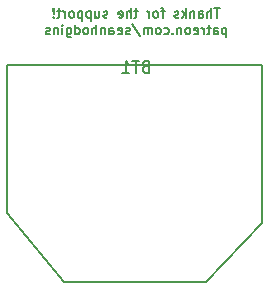
<source format=gbr>
G04 #@! TF.FileFunction,Legend,Bot*
%FSLAX46Y46*%
G04 Gerber Fmt 4.6, Leading zero omitted, Abs format (unit mm)*
G04 Created by KiCad (PCBNEW 4.0.4-stable) date 10/20/17 11:10:49*
%MOMM*%
%LPD*%
G01*
G04 APERTURE LIST*
%ADD10C,0.100000*%
%ADD11C,0.200000*%
%ADD12C,0.150000*%
G04 APERTURE END LIST*
D10*
D11*
X138235717Y-80661905D02*
X137778574Y-80661905D01*
X138007145Y-81461905D02*
X138007145Y-80661905D01*
X137511907Y-81461905D02*
X137511907Y-80661905D01*
X137169050Y-81461905D02*
X137169050Y-81042857D01*
X137207145Y-80966667D01*
X137283335Y-80928571D01*
X137397621Y-80928571D01*
X137473812Y-80966667D01*
X137511907Y-81004762D01*
X136445240Y-81461905D02*
X136445240Y-81042857D01*
X136483335Y-80966667D01*
X136559525Y-80928571D01*
X136711906Y-80928571D01*
X136788097Y-80966667D01*
X136445240Y-81423810D02*
X136521430Y-81461905D01*
X136711906Y-81461905D01*
X136788097Y-81423810D01*
X136826192Y-81347619D01*
X136826192Y-81271429D01*
X136788097Y-81195238D01*
X136711906Y-81157143D01*
X136521430Y-81157143D01*
X136445240Y-81119048D01*
X136064287Y-80928571D02*
X136064287Y-81461905D01*
X136064287Y-81004762D02*
X136026192Y-80966667D01*
X135950001Y-80928571D01*
X135835715Y-80928571D01*
X135759525Y-80966667D01*
X135721430Y-81042857D01*
X135721430Y-81461905D01*
X135340477Y-81461905D02*
X135340477Y-80661905D01*
X135264286Y-81157143D02*
X135035715Y-81461905D01*
X135035715Y-80928571D02*
X135340477Y-81233333D01*
X134730953Y-81423810D02*
X134654763Y-81461905D01*
X134502382Y-81461905D01*
X134426191Y-81423810D01*
X134388096Y-81347619D01*
X134388096Y-81309524D01*
X134426191Y-81233333D01*
X134502382Y-81195238D01*
X134616667Y-81195238D01*
X134692858Y-81157143D01*
X134730953Y-81080952D01*
X134730953Y-81042857D01*
X134692858Y-80966667D01*
X134616667Y-80928571D01*
X134502382Y-80928571D01*
X134426191Y-80966667D01*
X133550001Y-80928571D02*
X133245239Y-80928571D01*
X133435715Y-81461905D02*
X133435715Y-80776190D01*
X133397620Y-80700000D01*
X133321429Y-80661905D01*
X133245239Y-80661905D01*
X132864286Y-81461905D02*
X132940477Y-81423810D01*
X132978572Y-81385714D01*
X133016667Y-81309524D01*
X133016667Y-81080952D01*
X132978572Y-81004762D01*
X132940477Y-80966667D01*
X132864286Y-80928571D01*
X132750000Y-80928571D01*
X132673810Y-80966667D01*
X132635715Y-81004762D01*
X132597619Y-81080952D01*
X132597619Y-81309524D01*
X132635715Y-81385714D01*
X132673810Y-81423810D01*
X132750000Y-81461905D01*
X132864286Y-81461905D01*
X132254762Y-81461905D02*
X132254762Y-80928571D01*
X132254762Y-81080952D02*
X132216667Y-81004762D01*
X132178571Y-80966667D01*
X132102381Y-80928571D01*
X132026190Y-80928571D01*
X131264286Y-80928571D02*
X130959524Y-80928571D01*
X131150000Y-80661905D02*
X131150000Y-81347619D01*
X131111905Y-81423810D01*
X131035714Y-81461905D01*
X130959524Y-81461905D01*
X130692857Y-81461905D02*
X130692857Y-80661905D01*
X130350000Y-81461905D02*
X130350000Y-81042857D01*
X130388095Y-80966667D01*
X130464285Y-80928571D01*
X130578571Y-80928571D01*
X130654762Y-80966667D01*
X130692857Y-81004762D01*
X129664285Y-81423810D02*
X129740475Y-81461905D01*
X129892856Y-81461905D01*
X129969047Y-81423810D01*
X130007142Y-81347619D01*
X130007142Y-81042857D01*
X129969047Y-80966667D01*
X129892856Y-80928571D01*
X129740475Y-80928571D01*
X129664285Y-80966667D01*
X129626190Y-81042857D01*
X129626190Y-81119048D01*
X130007142Y-81195238D01*
X128711904Y-81423810D02*
X128635714Y-81461905D01*
X128483333Y-81461905D01*
X128407142Y-81423810D01*
X128369047Y-81347619D01*
X128369047Y-81309524D01*
X128407142Y-81233333D01*
X128483333Y-81195238D01*
X128597618Y-81195238D01*
X128673809Y-81157143D01*
X128711904Y-81080952D01*
X128711904Y-81042857D01*
X128673809Y-80966667D01*
X128597618Y-80928571D01*
X128483333Y-80928571D01*
X128407142Y-80966667D01*
X127683333Y-80928571D02*
X127683333Y-81461905D01*
X128026190Y-80928571D02*
X128026190Y-81347619D01*
X127988095Y-81423810D01*
X127911904Y-81461905D01*
X127797618Y-81461905D01*
X127721428Y-81423810D01*
X127683333Y-81385714D01*
X127302380Y-80928571D02*
X127302380Y-81728571D01*
X127302380Y-80966667D02*
X127226189Y-80928571D01*
X127073808Y-80928571D01*
X126997618Y-80966667D01*
X126959523Y-81004762D01*
X126921427Y-81080952D01*
X126921427Y-81309524D01*
X126959523Y-81385714D01*
X126997618Y-81423810D01*
X127073808Y-81461905D01*
X127226189Y-81461905D01*
X127302380Y-81423810D01*
X126578570Y-80928571D02*
X126578570Y-81728571D01*
X126578570Y-80966667D02*
X126502379Y-80928571D01*
X126349998Y-80928571D01*
X126273808Y-80966667D01*
X126235713Y-81004762D01*
X126197617Y-81080952D01*
X126197617Y-81309524D01*
X126235713Y-81385714D01*
X126273808Y-81423810D01*
X126349998Y-81461905D01*
X126502379Y-81461905D01*
X126578570Y-81423810D01*
X125740474Y-81461905D02*
X125816665Y-81423810D01*
X125854760Y-81385714D01*
X125892855Y-81309524D01*
X125892855Y-81080952D01*
X125854760Y-81004762D01*
X125816665Y-80966667D01*
X125740474Y-80928571D01*
X125626188Y-80928571D01*
X125549998Y-80966667D01*
X125511903Y-81004762D01*
X125473807Y-81080952D01*
X125473807Y-81309524D01*
X125511903Y-81385714D01*
X125549998Y-81423810D01*
X125626188Y-81461905D01*
X125740474Y-81461905D01*
X125130950Y-81461905D02*
X125130950Y-80928571D01*
X125130950Y-81080952D02*
X125092855Y-81004762D01*
X125054759Y-80966667D01*
X124978569Y-80928571D01*
X124902378Y-80928571D01*
X124749998Y-80928571D02*
X124445236Y-80928571D01*
X124635712Y-80661905D02*
X124635712Y-81347619D01*
X124597617Y-81423810D01*
X124521426Y-81461905D01*
X124445236Y-81461905D01*
X124178569Y-81385714D02*
X124140474Y-81423810D01*
X124178569Y-81461905D01*
X124216664Y-81423810D01*
X124178569Y-81385714D01*
X124178569Y-81461905D01*
X124178569Y-81157143D02*
X124216664Y-80700000D01*
X124178569Y-80661905D01*
X124140474Y-80700000D01*
X124178569Y-81157143D01*
X124178569Y-80661905D01*
X138788097Y-82328571D02*
X138788097Y-83128571D01*
X138788097Y-82366667D02*
X138711906Y-82328571D01*
X138559525Y-82328571D01*
X138483335Y-82366667D01*
X138445240Y-82404762D01*
X138407144Y-82480952D01*
X138407144Y-82709524D01*
X138445240Y-82785714D01*
X138483335Y-82823810D01*
X138559525Y-82861905D01*
X138711906Y-82861905D01*
X138788097Y-82823810D01*
X137721430Y-82861905D02*
X137721430Y-82442857D01*
X137759525Y-82366667D01*
X137835715Y-82328571D01*
X137988096Y-82328571D01*
X138064287Y-82366667D01*
X137721430Y-82823810D02*
X137797620Y-82861905D01*
X137988096Y-82861905D01*
X138064287Y-82823810D01*
X138102382Y-82747619D01*
X138102382Y-82671429D01*
X138064287Y-82595238D01*
X137988096Y-82557143D01*
X137797620Y-82557143D01*
X137721430Y-82519048D01*
X137454763Y-82328571D02*
X137150001Y-82328571D01*
X137340477Y-82061905D02*
X137340477Y-82747619D01*
X137302382Y-82823810D01*
X137226191Y-82861905D01*
X137150001Y-82861905D01*
X136883334Y-82861905D02*
X136883334Y-82328571D01*
X136883334Y-82480952D02*
X136845239Y-82404762D01*
X136807143Y-82366667D01*
X136730953Y-82328571D01*
X136654762Y-82328571D01*
X136083334Y-82823810D02*
X136159524Y-82861905D01*
X136311905Y-82861905D01*
X136388096Y-82823810D01*
X136426191Y-82747619D01*
X136426191Y-82442857D01*
X136388096Y-82366667D01*
X136311905Y-82328571D01*
X136159524Y-82328571D01*
X136083334Y-82366667D01*
X136045239Y-82442857D01*
X136045239Y-82519048D01*
X136426191Y-82595238D01*
X135588096Y-82861905D02*
X135664287Y-82823810D01*
X135702382Y-82785714D01*
X135740477Y-82709524D01*
X135740477Y-82480952D01*
X135702382Y-82404762D01*
X135664287Y-82366667D01*
X135588096Y-82328571D01*
X135473810Y-82328571D01*
X135397620Y-82366667D01*
X135359525Y-82404762D01*
X135321429Y-82480952D01*
X135321429Y-82709524D01*
X135359525Y-82785714D01*
X135397620Y-82823810D01*
X135473810Y-82861905D01*
X135588096Y-82861905D01*
X134978572Y-82328571D02*
X134978572Y-82861905D01*
X134978572Y-82404762D02*
X134940477Y-82366667D01*
X134864286Y-82328571D01*
X134750000Y-82328571D01*
X134673810Y-82366667D01*
X134635715Y-82442857D01*
X134635715Y-82861905D01*
X134254762Y-82785714D02*
X134216667Y-82823810D01*
X134254762Y-82861905D01*
X134292857Y-82823810D01*
X134254762Y-82785714D01*
X134254762Y-82861905D01*
X133530953Y-82823810D02*
X133607143Y-82861905D01*
X133759524Y-82861905D01*
X133835715Y-82823810D01*
X133873810Y-82785714D01*
X133911905Y-82709524D01*
X133911905Y-82480952D01*
X133873810Y-82404762D01*
X133835715Y-82366667D01*
X133759524Y-82328571D01*
X133607143Y-82328571D01*
X133530953Y-82366667D01*
X133073810Y-82861905D02*
X133150001Y-82823810D01*
X133188096Y-82785714D01*
X133226191Y-82709524D01*
X133226191Y-82480952D01*
X133188096Y-82404762D01*
X133150001Y-82366667D01*
X133073810Y-82328571D01*
X132959524Y-82328571D01*
X132883334Y-82366667D01*
X132845239Y-82404762D01*
X132807143Y-82480952D01*
X132807143Y-82709524D01*
X132845239Y-82785714D01*
X132883334Y-82823810D01*
X132959524Y-82861905D01*
X133073810Y-82861905D01*
X132464286Y-82861905D02*
X132464286Y-82328571D01*
X132464286Y-82404762D02*
X132426191Y-82366667D01*
X132350000Y-82328571D01*
X132235714Y-82328571D01*
X132159524Y-82366667D01*
X132121429Y-82442857D01*
X132121429Y-82861905D01*
X132121429Y-82442857D02*
X132083333Y-82366667D01*
X132007143Y-82328571D01*
X131892857Y-82328571D01*
X131816667Y-82366667D01*
X131778572Y-82442857D01*
X131778572Y-82861905D01*
X130826190Y-82023810D02*
X131511905Y-83052381D01*
X130597619Y-82823810D02*
X130521429Y-82861905D01*
X130369048Y-82861905D01*
X130292857Y-82823810D01*
X130254762Y-82747619D01*
X130254762Y-82709524D01*
X130292857Y-82633333D01*
X130369048Y-82595238D01*
X130483333Y-82595238D01*
X130559524Y-82557143D01*
X130597619Y-82480952D01*
X130597619Y-82442857D01*
X130559524Y-82366667D01*
X130483333Y-82328571D01*
X130369048Y-82328571D01*
X130292857Y-82366667D01*
X129607143Y-82823810D02*
X129683333Y-82861905D01*
X129835714Y-82861905D01*
X129911905Y-82823810D01*
X129950000Y-82747619D01*
X129950000Y-82442857D01*
X129911905Y-82366667D01*
X129835714Y-82328571D01*
X129683333Y-82328571D01*
X129607143Y-82366667D01*
X129569048Y-82442857D01*
X129569048Y-82519048D01*
X129950000Y-82595238D01*
X128883334Y-82861905D02*
X128883334Y-82442857D01*
X128921429Y-82366667D01*
X128997619Y-82328571D01*
X129150000Y-82328571D01*
X129226191Y-82366667D01*
X128883334Y-82823810D02*
X128959524Y-82861905D01*
X129150000Y-82861905D01*
X129226191Y-82823810D01*
X129264286Y-82747619D01*
X129264286Y-82671429D01*
X129226191Y-82595238D01*
X129150000Y-82557143D01*
X128959524Y-82557143D01*
X128883334Y-82519048D01*
X128502381Y-82328571D02*
X128502381Y-82861905D01*
X128502381Y-82404762D02*
X128464286Y-82366667D01*
X128388095Y-82328571D01*
X128273809Y-82328571D01*
X128197619Y-82366667D01*
X128159524Y-82442857D01*
X128159524Y-82861905D01*
X127778571Y-82861905D02*
X127778571Y-82061905D01*
X127435714Y-82861905D02*
X127435714Y-82442857D01*
X127473809Y-82366667D01*
X127549999Y-82328571D01*
X127664285Y-82328571D01*
X127740476Y-82366667D01*
X127778571Y-82404762D01*
X126940475Y-82861905D02*
X127016666Y-82823810D01*
X127054761Y-82785714D01*
X127092856Y-82709524D01*
X127092856Y-82480952D01*
X127054761Y-82404762D01*
X127016666Y-82366667D01*
X126940475Y-82328571D01*
X126826189Y-82328571D01*
X126749999Y-82366667D01*
X126711904Y-82404762D01*
X126673808Y-82480952D01*
X126673808Y-82709524D01*
X126711904Y-82785714D01*
X126749999Y-82823810D01*
X126826189Y-82861905D01*
X126940475Y-82861905D01*
X125988094Y-82861905D02*
X125988094Y-82061905D01*
X125988094Y-82823810D02*
X126064284Y-82861905D01*
X126216665Y-82861905D01*
X126292856Y-82823810D01*
X126330951Y-82785714D01*
X126369046Y-82709524D01*
X126369046Y-82480952D01*
X126330951Y-82404762D01*
X126292856Y-82366667D01*
X126216665Y-82328571D01*
X126064284Y-82328571D01*
X125988094Y-82366667D01*
X125264284Y-82328571D02*
X125264284Y-82976190D01*
X125302379Y-83052381D01*
X125340474Y-83090476D01*
X125416665Y-83128571D01*
X125530950Y-83128571D01*
X125607141Y-83090476D01*
X125264284Y-82823810D02*
X125340474Y-82861905D01*
X125492855Y-82861905D01*
X125569046Y-82823810D01*
X125607141Y-82785714D01*
X125645236Y-82709524D01*
X125645236Y-82480952D01*
X125607141Y-82404762D01*
X125569046Y-82366667D01*
X125492855Y-82328571D01*
X125340474Y-82328571D01*
X125264284Y-82366667D01*
X124883331Y-82861905D02*
X124883331Y-82328571D01*
X124883331Y-82061905D02*
X124921426Y-82100000D01*
X124883331Y-82138095D01*
X124845236Y-82100000D01*
X124883331Y-82061905D01*
X124883331Y-82138095D01*
X124502379Y-82328571D02*
X124502379Y-82861905D01*
X124502379Y-82404762D02*
X124464284Y-82366667D01*
X124388093Y-82328571D01*
X124273807Y-82328571D01*
X124197617Y-82366667D01*
X124159522Y-82442857D01*
X124159522Y-82861905D01*
X123816664Y-82823810D02*
X123740474Y-82861905D01*
X123588093Y-82861905D01*
X123511902Y-82823810D01*
X123473807Y-82747619D01*
X123473807Y-82709524D01*
X123511902Y-82633333D01*
X123588093Y-82595238D01*
X123702378Y-82595238D01*
X123778569Y-82557143D01*
X123816664Y-82480952D01*
X123816664Y-82442857D01*
X123778569Y-82366667D01*
X123702378Y-82328571D01*
X123588093Y-82328571D01*
X123511902Y-82366667D01*
D12*
X141840000Y-85460000D02*
X120240000Y-85460000D01*
X120240000Y-85460000D02*
X120240000Y-97960000D01*
X120240000Y-97960000D02*
X125040000Y-103860000D01*
X125040000Y-103860000D02*
X137040000Y-103860000D01*
X137040000Y-103860000D02*
X141840000Y-98860000D01*
X141840000Y-98860000D02*
X141840000Y-85460000D01*
X131925714Y-85588571D02*
X131782857Y-85636190D01*
X131735238Y-85683810D01*
X131687619Y-85779048D01*
X131687619Y-85921905D01*
X131735238Y-86017143D01*
X131782857Y-86064762D01*
X131878095Y-86112381D01*
X132259048Y-86112381D01*
X132259048Y-85112381D01*
X131925714Y-85112381D01*
X131830476Y-85160000D01*
X131782857Y-85207619D01*
X131735238Y-85302857D01*
X131735238Y-85398095D01*
X131782857Y-85493333D01*
X131830476Y-85540952D01*
X131925714Y-85588571D01*
X132259048Y-85588571D01*
X131401905Y-85112381D02*
X130830476Y-85112381D01*
X131116191Y-86112381D02*
X131116191Y-85112381D01*
X129973333Y-86112381D02*
X130544762Y-86112381D01*
X130259048Y-86112381D02*
X130259048Y-85112381D01*
X130354286Y-85255238D01*
X130449524Y-85350476D01*
X130544762Y-85398095D01*
M02*

</source>
